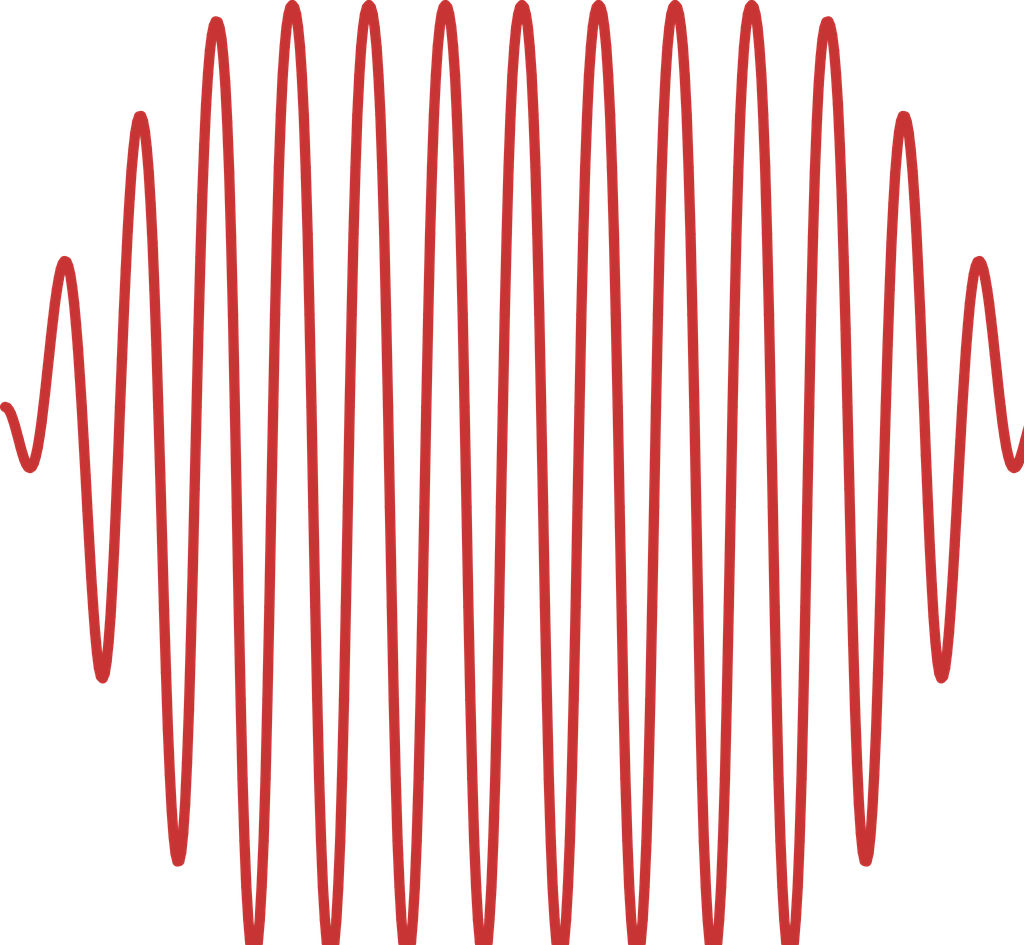
<source format=kicad_pcb>
(
kicad_pcb (version 4) (host pcbnew 4.0.4-stable)

  (general
    (links 0)
    (no_connects 0)
    (area 0 0 0 0)
    (thickness 1.6)
    (drawings 0)
    (tracks 0)
    (zones 0)
    (modules 1)
    (nets 1)
  )

  (page A4)
  (layers
    (0 F.Cu signal)
    (31 B.Cu signal)
    (32 B.Adhes user)
    (33 F.Adhes user)
    (34 B.Paste user)
    (35 F.Paste user)
    (36 B.SilkS user)
    (37 F.SilkS user)
    (38 B.Mask user)
    (39 F.Mask user)
    (40 Dwgs.User user)
    (41 Cmts.User user)
    (42 Eco1.User user)
    (43 Eco2.User user)
    (44 Edge.Cuts user)
    (45 Margin user)
    (46 B.CrtYd user)
    (47 F.CrtYd user)
    (48 B.Fab user)
    (49 F.Fab user)
  )

  (setup
    (last_trace_width 0.25)
    (trace_clearance 0.2)
    (zone_clearance 0.508)
    (zone_45_only no)
    (trace_min 0.2)
    (segment_width 0.2)
    (edge_width 0.15)
    (via_size 0.6)
    (via_drill 0.4)
    (via_min_size 0.4)
    (via_min_drill 0.3)
    (uvia_size 0.3)
    (uvia_drill 0.1)
    (uvias_allowed no)
    (uvia_min_size 0.2)
    (uvia_min_drill 0.1)
    (pcb_text_width 0.3)
    (pcb_text_size 1.5 1.5)
    (mod_edge_width 0.15)
    (mod_text_size 1 1)
    (mod_text_width 0.15)
    (pad_size 1.524 1.524)
    (pad_drill 0.762)
    (pad_to_mask_clearance 0.2)
    (aux_axis_origin 0 0)
    (visible_elements FFFFFF7F)
    (pcbplotparams
      (layerselection 0x00030_80000001)
      (usegerberextensions false)
      (excludeedgelayer true)
      (linewidth 0.100000)
      (plotframeref false)
      (viasonmask false)
      (mode 1)
      (useauxorigin false)
      (hpglpennumber 1)
      (hpglpenspeed 20)
      (hpglpendiameter 15)
      (hpglpenoverlay 2)
      (psnegative false)
      (psa4output false)
      (plotreference true)
      (plotvalue true)
      (plotinvisibletext false)
      (padsonsilk false)
      (subtractmaskfromsilk false)
      (outputformat 1)
      (mirror false)
      (drillshape 1)
      (scaleselection 1)
      (outputdirectory ""))
  )

  (net 0 "")

  (net_class Default "This is the default net class."
    (clearance 0.25)
    (trace_width 0.25)
    (via_dia 0.6)
    (via_drill 0.4)
    (uvia_dia 0.3)
    (uvia_drill 0.1)
  )





(segment (start 0.0000 189.3887) (end 0.0019 189.3895) (width 0.0100) (layer F.Cu) (net 0))

(segment (start 0.0019 189.3895) (end 0.0037 189.3918) (width 0.0100) (layer F.Cu) (net 0))

(segment (start 0.0037 189.3918) (end 0.0056 189.3955) (width 0.0100) (layer F.Cu) (net 0))

(segment (start 0.0056 189.3955) (end 0.0074 189.4005) (width 0.0100) (layer F.Cu) (net 0))

(segment (start 0.0074 189.4005) (end 0.0093 189.4065) (width 0.0100) (layer F.Cu) (net 0))

(segment (start 0.0093 189.4065) (end 0.0111 189.4132) (width 0.0100) (layer F.Cu) (net 0))

(segment (start 0.0111 189.4132) (end 0.0130 189.4202) (width 0.0100) (layer F.Cu) (net 0))

(segment (start 0.0130 189.4202) (end 0.0148 189.4272) (width 0.0100) (layer F.Cu) (net 0))

(segment (start 0.0148 189.4272) (end 0.0167 189.4338) (width 0.0100) (layer F.Cu) (net 0))

(segment (start 0.0167 189.4338) (end 0.0185 189.4395) (width 0.0100) (layer F.Cu) (net 0))

(segment (start 0.0185 189.4395) (end 0.0204 189.4440) (width 0.0100) (layer F.Cu) (net 0))

(segment (start 0.0204 189.4440) (end 0.0222 189.4468) (width 0.0100) (layer F.Cu) (net 0))

(segment (start 0.0222 189.4468) (end 0.0241 189.4477) (width 0.0100) (layer F.Cu) (net 0))

(segment (start 0.0241 189.4477) (end 0.0259 189.4464) (width 0.0100) (layer F.Cu) (net 0))

(segment (start 0.0259 189.4464) (end 0.0278 189.4426) (width 0.0100) (layer F.Cu) (net 0))

(segment (start 0.0278 189.4426) (end 0.0296 189.4364) (width 0.0100) (layer F.Cu) (net 0))

(segment (start 0.0296 189.4364) (end 0.0315 189.4278) (width 0.0100) (layer F.Cu) (net 0))

(segment (start 0.0315 189.4278) (end 0.0333 189.4168) (width 0.0100) (layer F.Cu) (net 0))

(segment (start 0.0333 189.4168) (end 0.0352 189.4036) (width 0.0100) (layer F.Cu) (net 0))

(segment (start 0.0352 189.4036) (end 0.0370 189.3887) (width 0.0100) (layer F.Cu) (net 0))

(segment (start 0.0370 189.3887) (end 0.0389 189.3725) (width 0.0100) (layer F.Cu) (net 0))

(segment (start 0.0389 189.3725) (end 0.0407 189.3553) (width 0.0100) (layer F.Cu) (net 0))

(segment (start 0.0407 189.3553) (end 0.0426 189.3379) (width 0.0100) (layer F.Cu) (net 0))

(segment (start 0.0426 189.3379) (end 0.0444 189.3207) (width 0.0100) (layer F.Cu) (net 0))

(segment (start 0.0444 189.3207) (end 0.0463 189.3042) (width 0.0100) (layer F.Cu) (net 0))

(segment (start 0.0463 189.3042) (end 0.0481 189.2891) (width 0.0100) (layer F.Cu) (net 0))

(segment (start 0.0481 189.2891) (end 0.0500 189.2757) (width 0.0100) (layer F.Cu) (net 0))

(segment (start 0.0500 189.2757) (end 0.0519 189.2645) (width 0.0100) (layer F.Cu) (net 0))

(segment (start 0.0519 189.2645) (end 0.0537 189.2559) (width 0.0100) (layer F.Cu) (net 0))

(segment (start 0.0537 189.2559) (end 0.0556 189.2502) (width 0.0100) (layer F.Cu) (net 0))

(segment (start 0.0556 189.2502) (end 0.0574 189.2476) (width 0.0100) (layer F.Cu) (net 0))

(segment (start 0.0574 189.2476) (end 0.0593 189.2484) (width 0.0100) (layer F.Cu) (net 0))

(segment (start 0.0593 189.2484) (end 0.0611 189.2527) (width 0.0100) (layer F.Cu) (net 0))

(segment (start 0.0611 189.2527) (end 0.0630 189.2608) (width 0.0100) (layer F.Cu) (net 0))

(segment (start 0.0630 189.2608) (end 0.0648 189.2727) (width 0.0100) (layer F.Cu) (net 0))

(segment (start 0.0648 189.2727) (end 0.0667 189.2885) (width 0.0100) (layer F.Cu) (net 0))

(segment (start 0.0667 189.2885) (end 0.0685 189.3082) (width 0.0100) (layer F.Cu) (net 0))

(segment (start 0.0685 189.3082) (end 0.0704 189.3317) (width 0.0100) (layer F.Cu) (net 0))

(segment (start 0.0704 189.3317) (end 0.0722 189.3587) (width 0.0100) (layer F.Cu) (net 0))

(segment (start 0.0722 189.3587) (end 0.0741 189.3887) (width 0.0100) (layer F.Cu) (net 0))

(segment (start 0.0741 189.3887) (end 0.0759 189.4211) (width 0.0100) (layer F.Cu) (net 0))

(segment (start 0.0759 189.4211) (end 0.0778 189.4549) (width 0.0100) (layer F.Cu) (net 0))

(segment (start 0.0778 189.4549) (end 0.0796 189.4892) (width 0.0100) (layer F.Cu) (net 0))

(segment (start 0.0796 189.4892) (end 0.0815 189.5227) (width 0.0100) (layer F.Cu) (net 0))

(segment (start 0.0815 189.5227) (end 0.0833 189.5542) (width 0.0100) (layer F.Cu) (net 0))

(segment (start 0.0833 189.5542) (end 0.0852 189.5828) (width 0.0100) (layer F.Cu) (net 0))

(segment (start 0.0852 189.5828) (end 0.0870 189.6072) (width 0.0100) (layer F.Cu) (net 0))

(segment (start 0.0870 189.6072) (end 0.0889 189.6269) (width 0.0100) (layer F.Cu) (net 0))

(segment (start 0.0889 189.6269) (end 0.0907 189.6410) (width 0.0100) (layer F.Cu) (net 0))

(segment (start 0.0907 189.6410) (end 0.0926 189.6492) (width 0.0100) (layer F.Cu) (net 0))

(segment (start 0.0926 189.6492) (end 0.0944 189.6511) (width 0.0100) (layer F.Cu) (net 0))

(segment (start 0.0944 189.6511) (end 0.0963 189.6464) (width 0.0100) (layer F.Cu) (net 0))

(segment (start 0.0963 189.6464) (end 0.0981 189.6350) (width 0.0100) (layer F.Cu) (net 0))

(segment (start 0.0981 189.6350) (end 0.1000 189.6167) (width 0.0100) (layer F.Cu) (net 0))

(segment (start 0.1000 189.6167) (end 0.1019 189.5916) (width 0.0100) (layer F.Cu) (net 0))

(segment (start 0.1019 189.5916) (end 0.1037 189.5600) (width 0.0100) (layer F.Cu) (net 0))

(segment (start 0.1037 189.5600) (end 0.1056 189.5227) (width 0.0100) (layer F.Cu) (net 0))

(segment (start 0.1056 189.5227) (end 0.1074 189.4808) (width 0.0100) (layer F.Cu) (net 0))

(segment (start 0.1074 189.4808) (end 0.1093 189.4355) (width 0.0100) (layer F.Cu) (net 0))

(segment (start 0.1093 189.4355) (end 0.1111 189.3887) (width 0.0100) (layer F.Cu) (net 0))

(segment (start 0.1111 189.3887) (end 0.1130 189.3422) (width 0.0100) (layer F.Cu) (net 0))

(segment (start 0.1130 189.3422) (end 0.1148 189.2975) (width 0.0100) (layer F.Cu) (net 0))

(segment (start 0.1148 189.2975) (end 0.1167 189.2561) (width 0.0100) (layer F.Cu) (net 0))

(segment (start 0.1167 189.2561) (end 0.1185 189.2191) (width 0.0100) (layer F.Cu) (net 0))

(segment (start 0.1185 189.2191) (end 0.1204 189.1871) (width 0.0100) (layer F.Cu) (net 0))

(segment (start 0.1204 189.1871) (end 0.1222 189.1605) (width 0.0100) (layer F.Cu) (net 0))

(segment (start 0.1222 189.1605) (end 0.1241 189.1394) (width 0.0100) (layer F.Cu) (net 0))

(segment (start 0.1241 189.1394) (end 0.1259 189.1237) (width 0.0100) (layer F.Cu) (net 0))

(segment (start 0.1259 189.1237) (end 0.1278 189.1131) (width 0.0100) (layer F.Cu) (net 0))

(segment (start 0.1278 189.1131) (end 0.1296 189.1077) (width 0.0100) (layer F.Cu) (net 0))

(segment (start 0.1296 189.1077) (end 0.1315 189.1073) (width 0.0100) (layer F.Cu) (net 0))

(segment (start 0.1315 189.1073) (end 0.1333 189.1122) (width 0.0100) (layer F.Cu) (net 0))

(segment (start 0.1333 189.1122) (end 0.1352 189.1225) (width 0.0100) (layer F.Cu) (net 0))

(segment (start 0.1352 189.1225) (end 0.1370 189.1389) (width 0.0100) (layer F.Cu) (net 0))

(segment (start 0.1370 189.1389) (end 0.1389 189.1618) (width 0.0100) (layer F.Cu) (net 0))

(segment (start 0.1389 189.1618) (end 0.1407 189.1919) (width 0.0100) (layer F.Cu) (net 0))

(segment (start 0.1407 189.1919) (end 0.1426 189.2297) (width 0.0100) (layer F.Cu) (net 0))

(segment (start 0.1426 189.2297) (end 0.1444 189.2755) (width 0.0100) (layer F.Cu) (net 0))

(segment (start 0.1444 189.2755) (end 0.1463 189.3288) (width 0.0100) (layer F.Cu) (net 0))

(segment (start 0.1463 189.3288) (end 0.1481 189.3887) (width 0.0100) (layer F.Cu) (net 0))

(segment (start 0.1481 189.3887) (end 0.1500 189.4533) (width 0.0100) (layer F.Cu) (net 0))

(segment (start 0.1500 189.4533) (end 0.1519 189.5199) (width 0.0100) (layer F.Cu) (net 0))

(segment (start 0.1519 189.5199) (end 0.1537 189.5852) (width 0.0100) (layer F.Cu) (net 0))

(segment (start 0.1537 189.5852) (end 0.1556 189.6460) (width 0.0100) (layer F.Cu) (net 0))

(segment (start 0.1556 189.6460) (end 0.1574 189.6996) (width 0.0100) (layer F.Cu) (net 0))

(segment (start 0.1574 189.6996) (end 0.1593 189.7441) (width 0.0100) (layer F.Cu) (net 0))

(segment (start 0.1593 189.7441) (end 0.1611 189.7789) (width 0.0100) (layer F.Cu) (net 0))

(segment (start 0.1611 189.7789) (end 0.1630 189.8042) (width 0.0100) (layer F.Cu) (net 0))

(segment (start 0.1630 189.8042) (end 0.1648 189.8205) (width 0.0100) (layer F.Cu) (net 0))

(segment (start 0.1648 189.8205) (end 0.1667 189.8283) (width 0.0100) (layer F.Cu) (net 0))

(segment (start 0.1667 189.8283) (end 0.1685 189.8278) (width 0.0100) (layer F.Cu) (net 0))

(segment (start 0.1685 189.8278) (end 0.1704 189.8189) (width 0.0100) (layer F.Cu) (net 0))

(segment (start 0.1704 189.8189) (end 0.1722 189.8009) (width 0.0100) (layer F.Cu) (net 0))

(segment (start 0.1722 189.8009) (end 0.1741 189.7727) (width 0.0100) (layer F.Cu) (net 0))

(segment (start 0.1741 189.7727) (end 0.1759 189.7331) (width 0.0100) (layer F.Cu) (net 0))

(segment (start 0.1759 189.7331) (end 0.1778 189.6816) (width 0.0100) (layer F.Cu) (net 0))

(segment (start 0.1778 189.6816) (end 0.1796 189.6185) (width 0.0100) (layer F.Cu) (net 0))

(segment (start 0.1796 189.6185) (end 0.1815 189.5461) (width 0.0100) (layer F.Cu) (net 0))

(segment (start 0.1815 189.5461) (end 0.1833 189.4680) (width 0.0100) (layer F.Cu) (net 0))

(segment (start 0.1833 189.4680) (end 0.1852 189.3887) (width 0.0100) (layer F.Cu) (net 0))

(segment (start 0.1852 189.3887) (end 0.1870 189.3128) (width 0.0100) (layer F.Cu) (net 0))

(segment (start 0.1870 189.3128) (end 0.1889 189.2438) (width 0.0100) (layer F.Cu) (net 0))

(segment (start 0.1889 189.2438) (end 0.1907 189.1842) (width 0.0100) (layer F.Cu) (net 0))

(segment (start 0.1907 189.1842) (end 0.1926 189.1348) (width 0.0100) (layer F.Cu) (net 0))

(segment (start 0.1926 189.1348) (end 0.1944 189.0956) (width 0.0100) (layer F.Cu) (net 0))

(segment (start 0.1944 189.0956) (end 0.1963 189.0657) (width 0.0100) (layer F.Cu) (net 0))

(segment (start 0.1963 189.0657) (end 0.1981 189.0440) (width 0.0100) (layer F.Cu) (net 0))

(segment (start 0.1981 189.0440) (end 0.2000 189.0290) (width 0.0100) (layer F.Cu) (net 0))

(segment (start 0.2000 189.0290) (end 0.2019 189.0199) (width 0.0100) (layer F.Cu) (net 0))

(segment (start 0.2019 189.0199) (end 0.2037 189.0158) (width 0.0100) (layer F.Cu) (net 0))

(segment (start 0.2037 189.0158) (end 0.2056 189.0164) (width 0.0100) (layer F.Cu) (net 0))

(segment (start 0.2056 189.0164) (end 0.2074 189.0219) (width 0.0100) (layer F.Cu) (net 0))

(segment (start 0.2074 189.0219) (end 0.2093 189.0330) (width 0.0100) (layer F.Cu) (net 0))

(segment (start 0.2093 189.0330) (end 0.2111 189.0507) (width 0.0100) (layer F.Cu) (net 0))

(segment (start 0.2111 189.0507) (end 0.2130 189.0768) (width 0.0100) (layer F.Cu) (net 0))

(segment (start 0.2130 189.0768) (end 0.2148 189.1130) (width 0.0100) (layer F.Cu) (net 0))

(segment (start 0.2148 189.1130) (end 0.2167 189.1615) (width 0.0100) (layer F.Cu) (net 0))

(segment (start 0.2167 189.1615) (end 0.2185 189.2237) (width 0.0100) (layer F.Cu) (net 0))

(segment (start 0.2185 189.2237) (end 0.2204 189.2999) (width 0.0100) (layer F.Cu) (net 0))

(segment (start 0.2204 189.2999) (end 0.2222 189.3887) (width 0.0100) (layer F.Cu) (net 0))

(segment (start 0.2222 189.3887) (end 0.2241 189.4852) (width 0.0100) (layer F.Cu) (net 0))

(segment (start 0.2241 189.4852) (end 0.2259 189.5820) (width 0.0100) (layer F.Cu) (net 0))

(segment (start 0.2259 189.5820) (end 0.2278 189.6717) (width 0.0100) (layer F.Cu) (net 0))

(segment (start 0.2278 189.6717) (end 0.2296 189.7483) (width 0.0100) (layer F.Cu) (net 0))

(segment (start 0.2296 189.7483) (end 0.2315 189.8086) (width 0.0100) (layer F.Cu) (net 0))

(segment (start 0.2315 189.8086) (end 0.2333 189.8531) (width 0.0100) (layer F.Cu) (net 0))

(segment (start 0.2333 189.8531) (end 0.2352 189.8847) (width 0.0100) (layer F.Cu) (net 0))

(segment (start 0.2352 189.8847) (end 0.2370 189.9064) (width 0.0100) (layer F.Cu) (net 0))

(segment (start 0.2370 189.9064) (end 0.2389 189.9196) (width 0.0100) (layer F.Cu) (net 0))

(segment (start 0.2389 189.9196) (end 0.2407 189.9241) (width 0.0100) (layer F.Cu) (net 0))

(segment (start 0.2407 189.9241) (end 0.2426 189.9196) (width 0.0100) (layer F.Cu) (net 0))

(segment (start 0.2426 189.9196) (end 0.2444 189.9064) (width 0.0100) (layer F.Cu) (net 0))

(segment (start 0.2444 189.9064) (end 0.2463 189.8847) (width 0.0100) (layer F.Cu) (net 0))

(segment (start 0.2463 189.8847) (end 0.2481 189.8531) (width 0.0100) (layer F.Cu) (net 0))

(segment (start 0.2481 189.8531) (end 0.2500 189.8086) (width 0.0100) (layer F.Cu) (net 0))

(segment (start 0.2500 189.8086) (end 0.2519 189.7483) (width 0.0100) (layer F.Cu) (net 0))

(segment (start 0.2519 189.7483) (end 0.2537 189.6717) (width 0.0100) (layer F.Cu) (net 0))

(segment (start 0.2537 189.6717) (end 0.2556 189.5820) (width 0.0100) (layer F.Cu) (net 0))

(segment (start 0.2556 189.5820) (end 0.2574 189.4852) (width 0.0100) (layer F.Cu) (net 0))

(segment (start 0.2574 189.4852) (end 0.2593 189.3887) (width 0.0100) (layer F.Cu) (net 0))

(segment (start 0.2593 189.3887) (end 0.2611 189.2993) (width 0.0100) (layer F.Cu) (net 0))

(segment (start 0.2611 189.2993) (end 0.2630 189.2213) (width 0.0100) (layer F.Cu) (net 0))

(segment (start 0.2630 189.2213) (end 0.2648 189.1569) (width 0.0100) (layer F.Cu) (net 0))

(segment (start 0.2648 189.1569) (end 0.2667 189.1062) (width 0.0100) (layer F.Cu) (net 0))

(segment (start 0.2667 189.1062) (end 0.2685 189.0680) (width 0.0100) (layer F.Cu) (net 0))

(segment (start 0.2685 189.0680) (end 0.2704 189.0404) (width 0.0100) (layer F.Cu) (net 0))

(segment (start 0.2704 189.0404) (end 0.2722 189.0213) (width 0.0100) (layer F.Cu) (net 0))

(segment (start 0.2722 189.0213) (end 0.2741 189.0090) (width 0.0100) (layer F.Cu) (net 0))

(segment (start 0.2741 189.0090) (end 0.2759 189.0022) (width 0.0100) (layer F.Cu) (net 0))

(segment (start 0.2759 189.0022) (end 0.2778 189.0000) (width 0.0100) (layer F.Cu) (net 0))

(segment (start 0.2778 189.0000) (end 0.2796 189.0022) (width 0.0100) (layer F.Cu) (net 0))

(segment (start 0.2796 189.0022) (end 0.2815 189.0090) (width 0.0100) (layer F.Cu) (net 0))

(segment (start 0.2815 189.0090) (end 0.2833 189.0213) (width 0.0100) (layer F.Cu) (net 0))

(segment (start 0.2833 189.0213) (end 0.2852 189.0404) (width 0.0100) (layer F.Cu) (net 0))

(segment (start 0.2852 189.0404) (end 0.2870 189.0680) (width 0.0100) (layer F.Cu) (net 0))

(segment (start 0.2870 189.0680) (end 0.2889 189.1062) (width 0.0100) (layer F.Cu) (net 0))

(segment (start 0.2889 189.1062) (end 0.2907 189.1569) (width 0.0100) (layer F.Cu) (net 0))

(segment (start 0.2907 189.1569) (end 0.2926 189.2213) (width 0.0100) (layer F.Cu) (net 0))

(segment (start 0.2926 189.2213) (end 0.2944 189.2993) (width 0.0100) (layer F.Cu) (net 0))

(segment (start 0.2944 189.2993) (end 0.2963 189.3887) (width 0.0100) (layer F.Cu) (net 0))

(segment (start 0.2963 189.3887) (end 0.2981 189.4852) (width 0.0100) (layer F.Cu) (net 0))

(segment (start 0.2981 189.4852) (end 0.3000 189.5820) (width 0.0100) (layer F.Cu) (net 0))

(segment (start 0.3000 189.5820) (end 0.3019 189.6717) (width 0.0100) (layer F.Cu) (net 0))

(segment (start 0.3019 189.6717) (end 0.3037 189.7483) (width 0.0100) (layer F.Cu) (net 0))

(segment (start 0.3037 189.7483) (end 0.3056 189.8086) (width 0.0100) (layer F.Cu) (net 0))

(segment (start 0.3056 189.8086) (end 0.3074 189.8531) (width 0.0100) (layer F.Cu) (net 0))

(segment (start 0.3074 189.8531) (end 0.3093 189.8847) (width 0.0100) (layer F.Cu) (net 0))

(segment (start 0.3093 189.8847) (end 0.3111 189.9064) (width 0.0100) (layer F.Cu) (net 0))

(segment (start 0.3111 189.9064) (end 0.3130 189.9196) (width 0.0100) (layer F.Cu) (net 0))

(segment (start 0.3130 189.9196) (end 0.3148 189.9241) (width 0.0100) (layer F.Cu) (net 0))

(segment (start 0.3148 189.9241) (end 0.3167 189.9196) (width 0.0100) (layer F.Cu) (net 0))

(segment (start 0.3167 189.9196) (end 0.3185 189.9064) (width 0.0100) (layer F.Cu) (net 0))

(segment (start 0.3185 189.9064) (end 0.3204 189.8847) (width 0.0100) (layer F.Cu) (net 0))

(segment (start 0.3204 189.8847) (end 0.3222 189.8531) (width 0.0100) (layer F.Cu) (net 0))

(segment (start 0.3222 189.8531) (end 0.3241 189.8086) (width 0.0100) (layer F.Cu) (net 0))

(segment (start 0.3241 189.8086) (end 0.3259 189.7483) (width 0.0100) (layer F.Cu) (net 0))

(segment (start 0.3259 189.7483) (end 0.3278 189.6717) (width 0.0100) (layer F.Cu) (net 0))

(segment (start 0.3278 189.6717) (end 0.3296 189.5820) (width 0.0100) (layer F.Cu) (net 0))

(segment (start 0.3296 189.5820) (end 0.3315 189.4852) (width 0.0100) (layer F.Cu) (net 0))

(segment (start 0.3315 189.4852) (end 0.3333 189.3887) (width 0.0100) (layer F.Cu) (net 0))

(segment (start 0.3333 189.3887) (end 0.3352 189.2993) (width 0.0100) (layer F.Cu) (net 0))

(segment (start 0.3352 189.2993) (end 0.3370 189.2213) (width 0.0100) (layer F.Cu) (net 0))

(segment (start 0.3370 189.2213) (end 0.3389 189.1569) (width 0.0100) (layer F.Cu) (net 0))

(segment (start 0.3389 189.1569) (end 0.3407 189.1062) (width 0.0100) (layer F.Cu) (net 0))

(segment (start 0.3407 189.1062) (end 0.3426 189.0680) (width 0.0100) (layer F.Cu) (net 0))

(segment (start 0.3426 189.0680) (end 0.3444 189.0404) (width 0.0100) (layer F.Cu) (net 0))

(segment (start 0.3444 189.0404) (end 0.3463 189.0213) (width 0.0100) (layer F.Cu) (net 0))

(segment (start 0.3463 189.0213) (end 0.3481 189.0090) (width 0.0100) (layer F.Cu) (net 0))

(segment (start 0.3481 189.0090) (end 0.3500 189.0022) (width 0.0100) (layer F.Cu) (net 0))

(segment (start 0.3500 189.0022) (end 0.3519 189.0000) (width 0.0100) (layer F.Cu) (net 0))

(segment (start 0.3519 189.0000) (end 0.3537 189.0022) (width 0.0100) (layer F.Cu) (net 0))

(segment (start 0.3537 189.0022) (end 0.3556 189.0090) (width 0.0100) (layer F.Cu) (net 0))

(segment (start 0.3556 189.0090) (end 0.3574 189.0213) (width 0.0100) (layer F.Cu) (net 0))

(segment (start 0.3574 189.0213) (end 0.3593 189.0404) (width 0.0100) (layer F.Cu) (net 0))

(segment (start 0.3593 189.0404) (end 0.3611 189.0680) (width 0.0100) (layer F.Cu) (net 0))

(segment (start 0.3611 189.0680) (end 0.3630 189.1062) (width 0.0100) (layer F.Cu) (net 0))

(segment (start 0.3630 189.1062) (end 0.3648 189.1569) (width 0.0100) (layer F.Cu) (net 0))

(segment (start 0.3648 189.1569) (end 0.3667 189.2213) (width 0.0100) (layer F.Cu) (net 0))

(segment (start 0.3667 189.2213) (end 0.3685 189.2993) (width 0.0100) (layer F.Cu) (net 0))

(segment (start 0.3685 189.2993) (end 0.3704 189.3887) (width 0.0100) (layer F.Cu) (net 0))

(segment (start 0.3704 189.3887) (end 0.3722 189.4852) (width 0.0100) (layer F.Cu) (net 0))

(segment (start 0.3722 189.4852) (end 0.3741 189.5820) (width 0.0100) (layer F.Cu) (net 0))

(segment (start 0.3741 189.5820) (end 0.3759 189.6717) (width 0.0100) (layer F.Cu) (net 0))

(segment (start 0.3759 189.6717) (end 0.3778 189.7483) (width 0.0100) (layer F.Cu) (net 0))

(segment (start 0.3778 189.7483) (end 0.3796 189.8086) (width 0.0100) (layer F.Cu) (net 0))

(segment (start 0.3796 189.8086) (end 0.3815 189.8531) (width 0.0100) (layer F.Cu) (net 0))

(segment (start 0.3815 189.8531) (end 0.3833 189.8847) (width 0.0100) (layer F.Cu) (net 0))

(segment (start 0.3833 189.8847) (end 0.3852 189.9064) (width 0.0100) (layer F.Cu) (net 0))

(segment (start 0.3852 189.9064) (end 0.3870 189.9196) (width 0.0100) (layer F.Cu) (net 0))

(segment (start 0.3870 189.9196) (end 0.3889 189.9241) (width 0.0100) (layer F.Cu) (net 0))

(segment (start 0.3889 189.9241) (end 0.3907 189.9196) (width 0.0100) (layer F.Cu) (net 0))

(segment (start 0.3907 189.9196) (end 0.3926 189.9064) (width 0.0100) (layer F.Cu) (net 0))

(segment (start 0.3926 189.9064) (end 0.3944 189.8847) (width 0.0100) (layer F.Cu) (net 0))

(segment (start 0.3944 189.8847) (end 0.3963 189.8531) (width 0.0100) (layer F.Cu) (net 0))

(segment (start 0.3963 189.8531) (end 0.3981 189.8086) (width 0.0100) (layer F.Cu) (net 0))

(segment (start 0.3981 189.8086) (end 0.4000 189.7483) (width 0.0100) (layer F.Cu) (net 0))

(segment (start 0.4000 189.7483) (end 0.4019 189.6717) (width 0.0100) (layer F.Cu) (net 0))

(segment (start 0.4019 189.6717) (end 0.4037 189.5820) (width 0.0100) (layer F.Cu) (net 0))

(segment (start 0.4037 189.5820) (end 0.4056 189.4852) (width 0.0100) (layer F.Cu) (net 0))

(segment (start 0.4056 189.4852) (end 0.4074 189.3887) (width 0.0100) (layer F.Cu) (net 0))

(segment (start 0.4074 189.3887) (end 0.4093 189.2993) (width 0.0100) (layer F.Cu) (net 0))

(segment (start 0.4093 189.2993) (end 0.4111 189.2213) (width 0.0100) (layer F.Cu) (net 0))

(segment (start 0.4111 189.2213) (end 0.4130 189.1569) (width 0.0100) (layer F.Cu) (net 0))

(segment (start 0.4130 189.1569) (end 0.4148 189.1062) (width 0.0100) (layer F.Cu) (net 0))

(segment (start 0.4148 189.1062) (end 0.4167 189.0680) (width 0.0100) (layer F.Cu) (net 0))

(segment (start 0.4167 189.0680) (end 0.4185 189.0404) (width 0.0100) (layer F.Cu) (net 0))

(segment (start 0.4185 189.0404) (end 0.4204 189.0213) (width 0.0100) (layer F.Cu) (net 0))

(segment (start 0.4204 189.0213) (end 0.4222 189.0090) (width 0.0100) (layer F.Cu) (net 0))

(segment (start 0.4222 189.0090) (end 0.4241 189.0022) (width 0.0100) (layer F.Cu) (net 0))

(segment (start 0.4241 189.0022) (end 0.4259 189.0000) (width 0.0100) (layer F.Cu) (net 0))

(segment (start 0.4259 189.0000) (end 0.4278 189.0022) (width 0.0100) (layer F.Cu) (net 0))

(segment (start 0.4278 189.0022) (end 0.4296 189.0090) (width 0.0100) (layer F.Cu) (net 0))

(segment (start 0.4296 189.0090) (end 0.4315 189.0213) (width 0.0100) (layer F.Cu) (net 0))

(segment (start 0.4315 189.0213) (end 0.4333 189.0404) (width 0.0100) (layer F.Cu) (net 0))

(segment (start 0.4333 189.0404) (end 0.4352 189.0680) (width 0.0100) (layer F.Cu) (net 0))

(segment (start 0.4352 189.0680) (end 0.4370 189.1062) (width 0.0100) (layer F.Cu) (net 0))

(segment (start 0.4370 189.1062) (end 0.4389 189.1569) (width 0.0100) (layer F.Cu) (net 0))

(segment (start 0.4389 189.1569) (end 0.4407 189.2213) (width 0.0100) (layer F.Cu) (net 0))

(segment (start 0.4407 189.2213) (end 0.4426 189.2993) (width 0.0100) (layer F.Cu) (net 0))

(segment (start 0.4426 189.2993) (end 0.4444 189.3887) (width 0.0100) (layer F.Cu) (net 0))

(segment (start 0.4444 189.3887) (end 0.4463 189.4852) (width 0.0100) (layer F.Cu) (net 0))

(segment (start 0.4463 189.4852) (end 0.4481 189.5820) (width 0.0100) (layer F.Cu) (net 0))

(segment (start 0.4481 189.5820) (end 0.4500 189.6717) (width 0.0100) (layer F.Cu) (net 0))

(segment (start 0.4500 189.6717) (end 0.4519 189.7483) (width 0.0100) (layer F.Cu) (net 0))

(segment (start 0.4519 189.7483) (end 0.4537 189.8086) (width 0.0100) (layer F.Cu) (net 0))

(segment (start 0.4537 189.8086) (end 0.4556 189.8531) (width 0.0100) (layer F.Cu) (net 0))

(segment (start 0.4556 189.8531) (end 0.4574 189.8847) (width 0.0100) (layer F.Cu) (net 0))

(segment (start 0.4574 189.8847) (end 0.4593 189.9064) (width 0.0100) (layer F.Cu) (net 0))

(segment (start 0.4593 189.9064) (end 0.4611 189.9196) (width 0.0100) (layer F.Cu) (net 0))

(segment (start 0.4611 189.9196) (end 0.4630 189.9241) (width 0.0100) (layer F.Cu) (net 0))

(segment (start 0.4630 189.9241) (end 0.4648 189.9196) (width 0.0100) (layer F.Cu) (net 0))

(segment (start 0.4648 189.9196) (end 0.4667 189.9064) (width 0.0100) (layer F.Cu) (net 0))

(segment (start 0.4667 189.9064) (end 0.4685 189.8847) (width 0.0100) (layer F.Cu) (net 0))

(segment (start 0.4685 189.8847) (end 0.4704 189.8531) (width 0.0100) (layer F.Cu) (net 0))

(segment (start 0.4704 189.8531) (end 0.4722 189.8086) (width 0.0100) (layer F.Cu) (net 0))

(segment (start 0.4722 189.8086) (end 0.4741 189.7483) (width 0.0100) (layer F.Cu) (net 0))

(segment (start 0.4741 189.7483) (end 0.4759 189.6717) (width 0.0100) (layer F.Cu) (net 0))

(segment (start 0.4759 189.6717) (end 0.4778 189.5820) (width 0.0100) (layer F.Cu) (net 0))

(segment (start 0.4778 189.5820) (end 0.4796 189.4852) (width 0.0100) (layer F.Cu) (net 0))

(segment (start 0.4796 189.4852) (end 0.4815 189.3887) (width 0.0100) (layer F.Cu) (net 0))

(segment (start 0.4815 189.3887) (end 0.4833 189.2993) (width 0.0100) (layer F.Cu) (net 0))

(segment (start 0.4833 189.2993) (end 0.4852 189.2213) (width 0.0100) (layer F.Cu) (net 0))

(segment (start 0.4852 189.2213) (end 0.4870 189.1569) (width 0.0100) (layer F.Cu) (net 0))

(segment (start 0.4870 189.1569) (end 0.4889 189.1062) (width 0.0100) (layer F.Cu) (net 0))

(segment (start 0.4889 189.1062) (end 0.4907 189.0680) (width 0.0100) (layer F.Cu) (net 0))

(segment (start 0.4907 189.0680) (end 0.4926 189.0404) (width 0.0100) (layer F.Cu) (net 0))

(segment (start 0.4926 189.0404) (end 0.4944 189.0213) (width 0.0100) (layer F.Cu) (net 0))

(segment (start 0.4944 189.0213) (end 0.4963 189.0090) (width 0.0100) (layer F.Cu) (net 0))

(segment (start 0.4963 189.0090) (end 0.4981 189.0022) (width 0.0100) (layer F.Cu) (net 0))

(segment (start 0.4981 189.0022) (end 0.5000 189.0000) (width 0.0100) (layer F.Cu) (net 0))

(segment (start 0.5000 189.0000) (end 0.5019 189.0022) (width 0.0100) (layer F.Cu) (net 0))

(segment (start 0.5019 189.0022) (end 0.5037 189.0090) (width 0.0100) (layer F.Cu) (net 0))

(segment (start 0.5037 189.0090) (end 0.5056 189.0213) (width 0.0100) (layer F.Cu) (net 0))

(segment (start 0.5056 189.0213) (end 0.5074 189.0404) (width 0.0100) (layer F.Cu) (net 0))

(segment (start 0.5074 189.0404) (end 0.5093 189.0680) (width 0.0100) (layer F.Cu) (net 0))

(segment (start 0.5093 189.0680) (end 0.5111 189.1062) (width 0.0100) (layer F.Cu) (net 0))

(segment (start 0.5111 189.1062) (end 0.5130 189.1569) (width 0.0100) (layer F.Cu) (net 0))

(segment (start 0.5130 189.1569) (end 0.5148 189.2213) (width 0.0100) (layer F.Cu) (net 0))

(segment (start 0.5148 189.2213) (end 0.5167 189.2993) (width 0.0100) (layer F.Cu) (net 0))

(segment (start 0.5167 189.2993) (end 0.5185 189.3887) (width 0.0100) (layer F.Cu) (net 0))

(segment (start 0.5185 189.3887) (end 0.5204 189.4852) (width 0.0100) (layer F.Cu) (net 0))

(segment (start 0.5204 189.4852) (end 0.5222 189.5820) (width 0.0100) (layer F.Cu) (net 0))

(segment (start 0.5222 189.5820) (end 0.5241 189.6717) (width 0.0100) (layer F.Cu) (net 0))

(segment (start 0.5241 189.6717) (end 0.5259 189.7483) (width 0.0100) (layer F.Cu) (net 0))

(segment (start 0.5259 189.7483) (end 0.5278 189.8086) (width 0.0100) (layer F.Cu) (net 0))

(segment (start 0.5278 189.8086) (end 0.5296 189.8531) (width 0.0100) (layer F.Cu) (net 0))

(segment (start 0.5296 189.8531) (end 0.5315 189.8847) (width 0.0100) (layer F.Cu) (net 0))

(segment (start 0.5315 189.8847) (end 0.5333 189.9064) (width 0.0100) (layer F.Cu) (net 0))

(segment (start 0.5333 189.9064) (end 0.5352 189.9196) (width 0.0100) (layer F.Cu) (net 0))

(segment (start 0.5352 189.9196) (end 0.5370 189.9241) (width 0.0100) (layer F.Cu) (net 0))

(segment (start 0.5370 189.9241) (end 0.5389 189.9196) (width 0.0100) (layer F.Cu) (net 0))

(segment (start 0.5389 189.9196) (end 0.5407 189.9064) (width 0.0100) (layer F.Cu) (net 0))

(segment (start 0.5407 189.9064) (end 0.5426 189.8847) (width 0.0100) (layer F.Cu) (net 0))

(segment (start 0.5426 189.8847) (end 0.5444 189.8531) (width 0.0100) (layer F.Cu) (net 0))

(segment (start 0.5444 189.8531) (end 0.5463 189.8086) (width 0.0100) (layer F.Cu) (net 0))

(segment (start 0.5463 189.8086) (end 0.5481 189.7483) (width 0.0100) (layer F.Cu) (net 0))

(segment (start 0.5481 189.7483) (end 0.5500 189.6717) (width 0.0100) (layer F.Cu) (net 0))

(segment (start 0.5500 189.6717) (end 0.5519 189.5820) (width 0.0100) (layer F.Cu) (net 0))

(segment (start 0.5519 189.5820) (end 0.5537 189.4852) (width 0.0100) (layer F.Cu) (net 0))

(segment (start 0.5537 189.4852) (end 0.5556 189.3887) (width 0.0100) (layer F.Cu) (net 0))

(segment (start 0.5556 189.3887) (end 0.5574 189.2993) (width 0.0100) (layer F.Cu) (net 0))

(segment (start 0.5574 189.2993) (end 0.5593 189.2213) (width 0.0100) (layer F.Cu) (net 0))

(segment (start 0.5593 189.2213) (end 0.5611 189.1569) (width 0.0100) (layer F.Cu) (net 0))

(segment (start 0.5611 189.1569) (end 0.5630 189.1062) (width 0.0100) (layer F.Cu) (net 0))

(segment (start 0.5630 189.1062) (end 0.5648 189.0680) (width 0.0100) (layer F.Cu) (net 0))

(segment (start 0.5648 189.0680) (end 0.5667 189.0404) (width 0.0100) (layer F.Cu) (net 0))

(segment (start 0.5667 189.0404) (end 0.5685 189.0213) (width 0.0100) (layer F.Cu) (net 0))

(segment (start 0.5685 189.0213) (end 0.5704 189.0090) (width 0.0100) (layer F.Cu) (net 0))

(segment (start 0.5704 189.0090) (end 0.5722 189.0022) (width 0.0100) (layer F.Cu) (net 0))

(segment (start 0.5722 189.0022) (end 0.5741 189.0000) (width 0.0100) (layer F.Cu) (net 0))

(segment (start 0.5741 189.0000) (end 0.5759 189.0022) (width 0.0100) (layer F.Cu) (net 0))

(segment (start 0.5759 189.0022) (end 0.5778 189.0090) (width 0.0100) (layer F.Cu) (net 0))

(segment (start 0.5778 189.0090) (end 0.5796 189.0213) (width 0.0100) (layer F.Cu) (net 0))

(segment (start 0.5796 189.0213) (end 0.5815 189.0404) (width 0.0100) (layer F.Cu) (net 0))

(segment (start 0.5815 189.0404) (end 0.5833 189.0680) (width 0.0100) (layer F.Cu) (net 0))

(segment (start 0.5833 189.0680) (end 0.5852 189.1062) (width 0.0100) (layer F.Cu) (net 0))

(segment (start 0.5852 189.1062) (end 0.5870 189.1569) (width 0.0100) (layer F.Cu) (net 0))

(segment (start 0.5870 189.1569) (end 0.5889 189.2213) (width 0.0100) (layer F.Cu) (net 0))

(segment (start 0.5889 189.2213) (end 0.5907 189.2993) (width 0.0100) (layer F.Cu) (net 0))

(segment (start 0.5907 189.2993) (end 0.5926 189.3887) (width 0.0100) (layer F.Cu) (net 0))

(segment (start 0.5926 189.3887) (end 0.5944 189.4852) (width 0.0100) (layer F.Cu) (net 0))

(segment (start 0.5944 189.4852) (end 0.5963 189.5820) (width 0.0100) (layer F.Cu) (net 0))

(segment (start 0.5963 189.5820) (end 0.5981 189.6717) (width 0.0100) (layer F.Cu) (net 0))

(segment (start 0.5981 189.6717) (end 0.6000 189.7483) (width 0.0100) (layer F.Cu) (net 0))

(segment (start 0.6000 189.7483) (end 0.6019 189.8086) (width 0.0100) (layer F.Cu) (net 0))

(segment (start 0.6019 189.8086) (end 0.6037 189.8531) (width 0.0100) (layer F.Cu) (net 0))

(segment (start 0.6037 189.8531) (end 0.6056 189.8847) (width 0.0100) (layer F.Cu) (net 0))

(segment (start 0.6056 189.8847) (end 0.6074 189.9064) (width 0.0100) (layer F.Cu) (net 0))

(segment (start 0.6074 189.9064) (end 0.6093 189.9196) (width 0.0100) (layer F.Cu) (net 0))

(segment (start 0.6093 189.9196) (end 0.6111 189.9241) (width 0.0100) (layer F.Cu) (net 0))

(segment (start 0.6111 189.9241) (end 0.6130 189.9196) (width 0.0100) (layer F.Cu) (net 0))

(segment (start 0.6130 189.9196) (end 0.6148 189.9064) (width 0.0100) (layer F.Cu) (net 0))

(segment (start 0.6148 189.9064) (end 0.6167 189.8847) (width 0.0100) (layer F.Cu) (net 0))

(segment (start 0.6167 189.8847) (end 0.6185 189.8531) (width 0.0100) (layer F.Cu) (net 0))

(segment (start 0.6185 189.8531) (end 0.6204 189.8086) (width 0.0100) (layer F.Cu) (net 0))

(segment (start 0.6204 189.8086) (end 0.6222 189.7483) (width 0.0100) (layer F.Cu) (net 0))

(segment (start 0.6222 189.7483) (end 0.6241 189.6717) (width 0.0100) (layer F.Cu) (net 0))

(segment (start 0.6241 189.6717) (end 0.6259 189.5820) (width 0.0100) (layer F.Cu) (net 0))

(segment (start 0.6259 189.5820) (end 0.6278 189.4852) (width 0.0100) (layer F.Cu) (net 0))

(segment (start 0.6278 189.4852) (end 0.6296 189.3887) (width 0.0100) (layer F.Cu) (net 0))

(segment (start 0.6296 189.3887) (end 0.6315 189.2993) (width 0.0100) (layer F.Cu) (net 0))

(segment (start 0.6315 189.2993) (end 0.6333 189.2213) (width 0.0100) (layer F.Cu) (net 0))

(segment (start 0.6333 189.2213) (end 0.6352 189.1569) (width 0.0100) (layer F.Cu) (net 0))

(segment (start 0.6352 189.1569) (end 0.6370 189.1062) (width 0.0100) (layer F.Cu) (net 0))

(segment (start 0.6370 189.1062) (end 0.6389 189.0680) (width 0.0100) (layer F.Cu) (net 0))

(segment (start 0.6389 189.0680) (end 0.6407 189.0404) (width 0.0100) (layer F.Cu) (net 0))

(segment (start 0.6407 189.0404) (end 0.6426 189.0213) (width 0.0100) (layer F.Cu) (net 0))

(segment (start 0.6426 189.0213) (end 0.6444 189.0090) (width 0.0100) (layer F.Cu) (net 0))

(segment (start 0.6444 189.0090) (end 0.6463 189.0022) (width 0.0100) (layer F.Cu) (net 0))

(segment (start 0.6463 189.0022) (end 0.6481 189.0000) (width 0.0100) (layer F.Cu) (net 0))

(segment (start 0.6481 189.0000) (end 0.6500 189.0022) (width 0.0100) (layer F.Cu) (net 0))

(segment (start 0.6500 189.0022) (end 0.6519 189.0090) (width 0.0100) (layer F.Cu) (net 0))

(segment (start 0.6519 189.0090) (end 0.6537 189.0213) (width 0.0100) (layer F.Cu) (net 0))

(segment (start 0.6537 189.0213) (end 0.6556 189.0404) (width 0.0100) (layer F.Cu) (net 0))

(segment (start 0.6556 189.0404) (end 0.6574 189.0680) (width 0.0100) (layer F.Cu) (net 0))

(segment (start 0.6574 189.0680) (end 0.6593 189.1062) (width 0.0100) (layer F.Cu) (net 0))

(segment (start 0.6593 189.1062) (end 0.6611 189.1569) (width 0.0100) (layer F.Cu) (net 0))

(segment (start 0.6611 189.1569) (end 0.6630 189.2213) (width 0.0100) (layer F.Cu) (net 0))

(segment (start 0.6630 189.2213) (end 0.6648 189.2993) (width 0.0100) (layer F.Cu) (net 0))

(segment (start 0.6648 189.2993) (end 0.6667 189.3887) (width 0.0100) (layer F.Cu) (net 0))

(segment (start 0.6667 189.3887) (end 0.6685 189.4852) (width 0.0100) (layer F.Cu) (net 0))

(segment (start 0.6685 189.4852) (end 0.6704 189.5820) (width 0.0100) (layer F.Cu) (net 0))

(segment (start 0.6704 189.5820) (end 0.6722 189.6717) (width 0.0100) (layer F.Cu) (net 0))

(segment (start 0.6722 189.6717) (end 0.6741 189.7483) (width 0.0100) (layer F.Cu) (net 0))

(segment (start 0.6741 189.7483) (end 0.6759 189.8086) (width 0.0100) (layer F.Cu) (net 0))

(segment (start 0.6759 189.8086) (end 0.6778 189.8531) (width 0.0100) (layer F.Cu) (net 0))

(segment (start 0.6778 189.8531) (end 0.6796 189.8847) (width 0.0100) (layer F.Cu) (net 0))

(segment (start 0.6796 189.8847) (end 0.6815 189.9064) (width 0.0100) (layer F.Cu) (net 0))

(segment (start 0.6815 189.9064) (end 0.6833 189.9196) (width 0.0100) (layer F.Cu) (net 0))

(segment (start 0.6833 189.9196) (end 0.6852 189.9241) (width 0.0100) (layer F.Cu) (net 0))

(segment (start 0.6852 189.9241) (end 0.6870 189.9196) (width 0.0100) (layer F.Cu) (net 0))

(segment (start 0.6870 189.9196) (end 0.6889 189.9064) (width 0.0100) (layer F.Cu) (net 0))

(segment (start 0.6889 189.9064) (end 0.6907 189.8847) (width 0.0100) (layer F.Cu) (net 0))

(segment (start 0.6907 189.8847) (end 0.6926 189.8531) (width 0.0100) (layer F.Cu) (net 0))

(segment (start 0.6926 189.8531) (end 0.6944 189.8086) (width 0.0100) (layer F.Cu) (net 0))

(segment (start 0.6944 189.8086) (end 0.6963 189.7483) (width 0.0100) (layer F.Cu) (net 0))

(segment (start 0.6963 189.7483) (end 0.6981 189.6717) (width 0.0100) (layer F.Cu) (net 0))

(segment (start 0.6981 189.6717) (end 0.7000 189.5820) (width 0.0100) (layer F.Cu) (net 0))

(segment (start 0.7000 189.5820) (end 0.7019 189.4852) (width 0.0100) (layer F.Cu) (net 0))

(segment (start 0.7019 189.4852) (end 0.7037 189.3887) (width 0.0100) (layer F.Cu) (net 0))

(segment (start 0.7037 189.3887) (end 0.7056 189.2993) (width 0.0100) (layer F.Cu) (net 0))

(segment (start 0.7056 189.2993) (end 0.7074 189.2213) (width 0.0100) (layer F.Cu) (net 0))

(segment (start 0.7074 189.2213) (end 0.7093 189.1569) (width 0.0100) (layer F.Cu) (net 0))

(segment (start 0.7093 189.1569) (end 0.7111 189.1062) (width 0.0100) (layer F.Cu) (net 0))

(segment (start 0.7111 189.1062) (end 0.7130 189.0680) (width 0.0100) (layer F.Cu) (net 0))

(segment (start 0.7130 189.0680) (end 0.7148 189.0404) (width 0.0100) (layer F.Cu) (net 0))

(segment (start 0.7148 189.0404) (end 0.7167 189.0213) (width 0.0100) (layer F.Cu) (net 0))

(segment (start 0.7167 189.0213) (end 0.7185 189.0090) (width 0.0100) (layer F.Cu) (net 0))

(segment (start 0.7185 189.0090) (end 0.7204 189.0022) (width 0.0100) (layer F.Cu) (net 0))

(segment (start 0.7204 189.0022) (end 0.7222 189.0000) (width 0.0100) (layer F.Cu) (net 0))

(segment (start 0.7222 189.0000) (end 0.7241 189.0022) (width 0.0100) (layer F.Cu) (net 0))

(segment (start 0.7241 189.0022) (end 0.7259 189.0090) (width 0.0100) (layer F.Cu) (net 0))

(segment (start 0.7259 189.0090) (end 0.7278 189.0213) (width 0.0100) (layer F.Cu) (net 0))

(segment (start 0.7278 189.0213) (end 0.7296 189.0404) (width 0.0100) (layer F.Cu) (net 0))

(segment (start 0.7296 189.0404) (end 0.7315 189.0680) (width 0.0100) (layer F.Cu) (net 0))

(segment (start 0.7315 189.0680) (end 0.7333 189.1062) (width 0.0100) (layer F.Cu) (net 0))

(segment (start 0.7333 189.1062) (end 0.7352 189.1569) (width 0.0100) (layer F.Cu) (net 0))

(segment (start 0.7352 189.1569) (end 0.7370 189.2213) (width 0.0100) (layer F.Cu) (net 0))

(segment (start 0.7370 189.2213) (end 0.7389 189.2993) (width 0.0100) (layer F.Cu) (net 0))

(segment (start 0.7389 189.2993) (end 0.7407 189.3887) (width 0.0100) (layer F.Cu) (net 0))

(segment (start 0.7407 189.3887) (end 0.7426 189.4852) (width 0.0100) (layer F.Cu) (net 0))

(segment (start 0.7426 189.4852) (end 0.7444 189.5820) (width 0.0100) (layer F.Cu) (net 0))

(segment (start 0.7444 189.5820) (end 0.7463 189.6717) (width 0.0100) (layer F.Cu) (net 0))

(segment (start 0.7463 189.6717) (end 0.7481 189.7483) (width 0.0100) (layer F.Cu) (net 0))

(segment (start 0.7481 189.7483) (end 0.7500 189.8086) (width 0.0100) (layer F.Cu) (net 0))

(segment (start 0.7500 189.8086) (end 0.7519 189.8531) (width 0.0100) (layer F.Cu) (net 0))

(segment (start 0.7519 189.8531) (end 0.7537 189.8847) (width 0.0100) (layer F.Cu) (net 0))

(segment (start 0.7537 189.8847) (end 0.7556 189.9064) (width 0.0100) (layer F.Cu) (net 0))

(segment (start 0.7556 189.9064) (end 0.7574 189.9196) (width 0.0100) (layer F.Cu) (net 0))

(segment (start 0.7574 189.9196) (end 0.7593 189.9241) (width 0.0100) (layer F.Cu) (net 0))

(segment (start 0.7593 189.9241) (end 0.7611 189.9196) (width 0.0100) (layer F.Cu) (net 0))

(segment (start 0.7611 189.9196) (end 0.7630 189.9064) (width 0.0100) (layer F.Cu) (net 0))

(segment (start 0.7630 189.9064) (end 0.7648 189.8847) (width 0.0100) (layer F.Cu) (net 0))

(segment (start 0.7648 189.8847) (end 0.7667 189.8531) (width 0.0100) (layer F.Cu) (net 0))

(segment (start 0.7667 189.8531) (end 0.7685 189.8086) (width 0.0100) (layer F.Cu) (net 0))

(segment (start 0.7685 189.8086) (end 0.7704 189.7483) (width 0.0100) (layer F.Cu) (net 0))

(segment (start 0.7704 189.7483) (end 0.7722 189.6717) (width 0.0100) (layer F.Cu) (net 0))

(segment (start 0.7722 189.6717) (end 0.7741 189.5820) (width 0.0100) (layer F.Cu) (net 0))

(segment (start 0.7741 189.5820) (end 0.7759 189.4852) (width 0.0100) (layer F.Cu) (net 0))

(segment (start 0.7759 189.4852) (end 0.7778 189.3887) (width 0.0100) (layer F.Cu) (net 0))

(segment (start 0.7778 189.3887) (end 0.7796 189.2999) (width 0.0100) (layer F.Cu) (net 0))

(segment (start 0.7796 189.2999) (end 0.7815 189.2237) (width 0.0100) (layer F.Cu) (net 0))

(segment (start 0.7815 189.2237) (end 0.7833 189.1615) (width 0.0100) (layer F.Cu) (net 0))

(segment (start 0.7833 189.1615) (end 0.7852 189.1130) (width 0.0100) (layer F.Cu) (net 0))

(segment (start 0.7852 189.1130) (end 0.7870 189.0768) (width 0.0100) (layer F.Cu) (net 0))

(segment (start 0.7870 189.0768) (end 0.7889 189.0507) (width 0.0100) (layer F.Cu) (net 0))

(segment (start 0.7889 189.0507) (end 0.7907 189.0330) (width 0.0100) (layer F.Cu) (net 0))

(segment (start 0.7907 189.0330) (end 0.7926 189.0219) (width 0.0100) (layer F.Cu) (net 0))

(segment (start 0.7926 189.0219) (end 0.7944 189.0164) (width 0.0100) (layer F.Cu) (net 0))

(segment (start 0.7944 189.0164) (end 0.7963 189.0158) (width 0.0100) (layer F.Cu) (net 0))

(segment (start 0.7963 189.0158) (end 0.7981 189.0199) (width 0.0100) (layer F.Cu) (net 0))

(segment (start 0.7981 189.0199) (end 0.8000 189.0290) (width 0.0100) (layer F.Cu) (net 0))

(segment (start 0.8000 189.0290) (end 0.8019 189.0440) (width 0.0100) (layer F.Cu) (net 0))

(segment (start 0.8019 189.0440) (end 0.8037 189.0657) (width 0.0100) (layer F.Cu) (net 0))

(segment (start 0.8037 189.0657) (end 0.8056 189.0956) (width 0.0100) (layer F.Cu) (net 0))

(segment (start 0.8056 189.0956) (end 0.8074 189.1348) (width 0.0100) (layer F.Cu) (net 0))

(segment (start 0.8074 189.1348) (end 0.8093 189.1842) (width 0.0100) (layer F.Cu) (net 0))

(segment (start 0.8093 189.1842) (end 0.8111 189.2438) (width 0.0100) (layer F.Cu) (net 0))

(segment (start 0.8111 189.2438) (end 0.8130 189.3128) (width 0.0100) (layer F.Cu) (net 0))

(segment (start 0.8130 189.3128) (end 0.8148 189.3887) (width 0.0100) (layer F.Cu) (net 0))

(segment (start 0.8148 189.3887) (end 0.8167 189.4680) (width 0.0100) (layer F.Cu) (net 0))

(segment (start 0.8167 189.4680) (end 0.8185 189.5461) (width 0.0100) (layer F.Cu) (net 0))

(segment (start 0.8185 189.5461) (end 0.8204 189.6185) (width 0.0100) (layer F.Cu) (net 0))

(segment (start 0.8204 189.6185) (end 0.8222 189.6816) (width 0.0100) (layer F.Cu) (net 0))

(segment (start 0.8222 189.6816) (end 0.8241 189.7331) (width 0.0100) (layer F.Cu) (net 0))

(segment (start 0.8241 189.7331) (end 0.8259 189.7727) (width 0.0100) (layer F.Cu) (net 0))

(segment (start 0.8259 189.7727) (end 0.8278 189.8009) (width 0.0100) (layer F.Cu) (net 0))

(segment (start 0.8278 189.8009) (end 0.8296 189.8189) (width 0.0100) (layer F.Cu) (net 0))

(segment (start 0.8296 189.8189) (end 0.8315 189.8278) (width 0.0100) (layer F.Cu) (net 0))

(segment (start 0.8315 189.8278) (end 0.8333 189.8283) (width 0.0100) (layer F.Cu) (net 0))

(segment (start 0.8333 189.8283) (end 0.8352 189.8205) (width 0.0100) (layer F.Cu) (net 0))

(segment (start 0.8352 189.8205) (end 0.8370 189.8042) (width 0.0100) (layer F.Cu) (net 0))

(segment (start 0.8370 189.8042) (end 0.8389 189.7789) (width 0.0100) (layer F.Cu) (net 0))

(segment (start 0.8389 189.7789) (end 0.8407 189.7441) (width 0.0100) (layer F.Cu) (net 0))

(segment (start 0.8407 189.7441) (end 0.8426 189.6996) (width 0.0100) (layer F.Cu) (net 0))

(segment (start 0.8426 189.6996) (end 0.8444 189.6460) (width 0.0100) (layer F.Cu) (net 0))

(segment (start 0.8444 189.6460) (end 0.8463 189.5852) (width 0.0100) (layer F.Cu) (net 0))

(segment (start 0.8463 189.5852) (end 0.8481 189.5199) (width 0.0100) (layer F.Cu) (net 0))

(segment (start 0.8481 189.5199) (end 0.8500 189.4533) (width 0.0100) (layer F.Cu) (net 0))

(segment (start 0.8500 189.4533) (end 0.8519 189.3887) (width 0.0100) (layer F.Cu) (net 0))

(segment (start 0.8519 189.3887) (end 0.8537 189.3288) (width 0.0100) (layer F.Cu) (net 0))

(segment (start 0.8537 189.3288) (end 0.8556 189.2755) (width 0.0100) (layer F.Cu) (net 0))

(segment (start 0.8556 189.2755) (end 0.8574 189.2297) (width 0.0100) (layer F.Cu) (net 0))

(segment (start 0.8574 189.2297) (end 0.8593 189.1919) (width 0.0100) (layer F.Cu) (net 0))

(segment (start 0.8593 189.1919) (end 0.8611 189.1618) (width 0.0100) (layer F.Cu) (net 0))

(segment (start 0.8611 189.1618) (end 0.8630 189.1389) (width 0.0100) (layer F.Cu) (net 0))

(segment (start 0.8630 189.1389) (end 0.8648 189.1225) (width 0.0100) (layer F.Cu) (net 0))

(segment (start 0.8648 189.1225) (end 0.8667 189.1122) (width 0.0100) (layer F.Cu) (net 0))

(segment (start 0.8667 189.1122) (end 0.8685 189.1073) (width 0.0100) (layer F.Cu) (net 0))

(segment (start 0.8685 189.1073) (end 0.8704 189.1077) (width 0.0100) (layer F.Cu) (net 0))

(segment (start 0.8704 189.1077) (end 0.8722 189.1131) (width 0.0100) (layer F.Cu) (net 0))

(segment (start 0.8722 189.1131) (end 0.8741 189.1237) (width 0.0100) (layer F.Cu) (net 0))

(segment (start 0.8741 189.1237) (end 0.8759 189.1394) (width 0.0100) (layer F.Cu) (net 0))

(segment (start 0.8759 189.1394) (end 0.8778 189.1605) (width 0.0100) (layer F.Cu) (net 0))

(segment (start 0.8778 189.1605) (end 0.8796 189.1871) (width 0.0100) (layer F.Cu) (net 0))

(segment (start 0.8796 189.1871) (end 0.8815 189.2191) (width 0.0100) (layer F.Cu) (net 0))

(segment (start 0.8815 189.2191) (end 0.8833 189.2561) (width 0.0100) (layer F.Cu) (net 0))

(segment (start 0.8833 189.2561) (end 0.8852 189.2975) (width 0.0100) (layer F.Cu) (net 0))

(segment (start 0.8852 189.2975) (end 0.8870 189.3422) (width 0.0100) (layer F.Cu) (net 0))

(segment (start 0.8870 189.3422) (end 0.8889 189.3887) (width 0.0100) (layer F.Cu) (net 0))

(segment (start 0.8889 189.3887) (end 0.8907 189.4355) (width 0.0100) (layer F.Cu) (net 0))

(segment (start 0.8907 189.4355) (end 0.8926 189.4808) (width 0.0100) (layer F.Cu) (net 0))

(segment (start 0.8926 189.4808) (end 0.8944 189.5227) (width 0.0100) (layer F.Cu) (net 0))

(segment (start 0.8944 189.5227) (end 0.8963 189.5600) (width 0.0100) (layer F.Cu) (net 0))

(segment (start 0.8963 189.5600) (end 0.8981 189.5916) (width 0.0100) (layer F.Cu) (net 0))

(segment (start 0.8981 189.5916) (end 0.9000 189.6167) (width 0.0100) (layer F.Cu) (net 0))

(segment (start 0.9000 189.6167) (end 0.9019 189.6350) (width 0.0100) (layer F.Cu) (net 0))

(segment (start 0.9019 189.6350) (end 0.9037 189.6464) (width 0.0100) (layer F.Cu) (net 0))

(segment (start 0.9037 189.6464) (end 0.9056 189.6511) (width 0.0100) (layer F.Cu) (net 0))

(segment (start 0.9056 189.6511) (end 0.9074 189.6492) (width 0.0100) (layer F.Cu) (net 0))

(segment (start 0.9074 189.6492) (end 0.9093 189.6410) (width 0.0100) (layer F.Cu) (net 0))

(segment (start 0.9093 189.6410) (end 0.9111 189.6269) (width 0.0100) (layer F.Cu) (net 0))

(segment (start 0.9111 189.6269) (end 0.9130 189.6072) (width 0.0100) (layer F.Cu) (net 0))

(segment (start 0.9130 189.6072) (end 0.9148 189.5828) (width 0.0100) (layer F.Cu) (net 0))

(segment (start 0.9148 189.5828) (end 0.9167 189.5542) (width 0.0100) (layer F.Cu) (net 0))

(segment (start 0.9167 189.5542) (end 0.9185 189.5227) (width 0.0100) (layer F.Cu) (net 0))

(segment (start 0.9185 189.5227) (end 0.9204 189.4892) (width 0.0100) (layer F.Cu) (net 0))

(segment (start 0.9204 189.4892) (end 0.9222 189.4549) (width 0.0100) (layer F.Cu) (net 0))

(segment (start 0.9222 189.4549) (end 0.9241 189.4211) (width 0.0100) (layer F.Cu) (net 0))

(segment (start 0.9241 189.4211) (end 0.9259 189.3887) (width 0.0100) (layer F.Cu) (net 0))

(segment (start 0.9259 189.3887) (end 0.9278 189.3587) (width 0.0100) (layer F.Cu) (net 0))

(segment (start 0.9278 189.3587) (end 0.9296 189.3317) (width 0.0100) (layer F.Cu) (net 0))

(segment (start 0.9296 189.3317) (end 0.9315 189.3082) (width 0.0100) (layer F.Cu) (net 0))

(segment (start 0.9315 189.3082) (end 0.9333 189.2885) (width 0.0100) (layer F.Cu) (net 0))

(segment (start 0.9333 189.2885) (end 0.9352 189.2727) (width 0.0100) (layer F.Cu) (net 0))

(segment (start 0.9352 189.2727) (end 0.9370 189.2608) (width 0.0100) (layer F.Cu) (net 0))

(segment (start 0.9370 189.2608) (end 0.9389 189.2527) (width 0.0100) (layer F.Cu) (net 0))

(segment (start 0.9389 189.2527) (end 0.9407 189.2484) (width 0.0100) (layer F.Cu) (net 0))

(segment (start 0.9407 189.2484) (end 0.9426 189.2476) (width 0.0100) (layer F.Cu) (net 0))

(segment (start 0.9426 189.2476) (end 0.9444 189.2502) (width 0.0100) (layer F.Cu) (net 0))

(segment (start 0.9444 189.2502) (end 0.9463 189.2559) (width 0.0100) (layer F.Cu) (net 0))

(segment (start 0.9463 189.2559) (end 0.9481 189.2645) (width 0.0100) (layer F.Cu) (net 0))

(segment (start 0.9481 189.2645) (end 0.9500 189.2757) (width 0.0100) (layer F.Cu) (net 0))

(segment (start 0.9500 189.2757) (end 0.9519 189.2891) (width 0.0100) (layer F.Cu) (net 0))

(segment (start 0.9519 189.2891) (end 0.9537 189.3042) (width 0.0100) (layer F.Cu) (net 0))

(segment (start 0.9537 189.3042) (end 0.9556 189.3207) (width 0.0100) (layer F.Cu) (net 0))

(segment (start 0.9556 189.3207) (end 0.9574 189.3379) (width 0.0100) (layer F.Cu) (net 0))

(segment (start 0.9574 189.3379) (end 0.9593 189.3553) (width 0.0100) (layer F.Cu) (net 0))

(segment (start 0.9593 189.3553) (end 0.9611 189.3725) (width 0.0100) (layer F.Cu) (net 0))

(segment (start 0.9611 189.3725) (end 0.9630 189.3887) (width 0.0100) (layer F.Cu) (net 0))

(segment (start 0.9630 189.3887) (end 0.9648 189.4036) (width 0.0100) (layer F.Cu) (net 0))

(segment (start 0.9648 189.4036) (end 0.9667 189.4168) (width 0.0100) (layer F.Cu) (net 0))

(segment (start 0.9667 189.4168) (end 0.9685 189.4278) (width 0.0100) (layer F.Cu) (net 0))

(segment (start 0.9685 189.4278) (end 0.9704 189.4364) (width 0.0100) (layer F.Cu) (net 0))

(segment (start 0.9704 189.4364) (end 0.9722 189.4426) (width 0.0100) (layer F.Cu) (net 0))

(segment (start 0.9722 189.4426) (end 0.9741 189.4464) (width 0.0100) (layer F.Cu) (net 0))

(segment (start 0.9741 189.4464) (end 0.9759 189.4477) (width 0.0100) (layer F.Cu) (net 0))

(segment (start 0.9759 189.4477) (end 0.9778 189.4468) (width 0.0100) (layer F.Cu) (net 0))

(segment (start 0.9778 189.4468) (end 0.9796 189.4440) (width 0.0100) (layer F.Cu) (net 0))

(segment (start 0.9796 189.4440) (end 0.9815 189.4395) (width 0.0100) (layer F.Cu) (net 0))

(segment (start 0.9815 189.4395) (end 0.9833 189.4338) (width 0.0100) (layer F.Cu) (net 0))

(segment (start 0.9833 189.4338) (end 0.9852 189.4272) (width 0.0100) (layer F.Cu) (net 0))

(segment (start 0.9852 189.4272) (end 0.9870 189.4202) (width 0.0100) (layer F.Cu) (net 0))

(segment (start 0.9870 189.4202) (end 0.9889 189.4132) (width 0.0100) (layer F.Cu) (net 0))

(segment (start 0.9889 189.4132) (end 0.9907 189.4065) (width 0.0100) (layer F.Cu) (net 0))

(segment (start 0.9907 189.4065) (end 0.9926 189.4005) (width 0.0100) (layer F.Cu) (net 0))

(segment (start 0.9926 189.4005) (end 0.9944 189.3955) (width 0.0100) (layer F.Cu) (net 0))

(segment (start 0.9944 189.3955) (end 0.9963 189.3918) (width 0.0100) (layer F.Cu) (net 0))

(segment (start 0.9963 189.3918) (end 0.9981 189.3895) (width 0.0100) (layer F.Cu) (net 0)))
</source>
